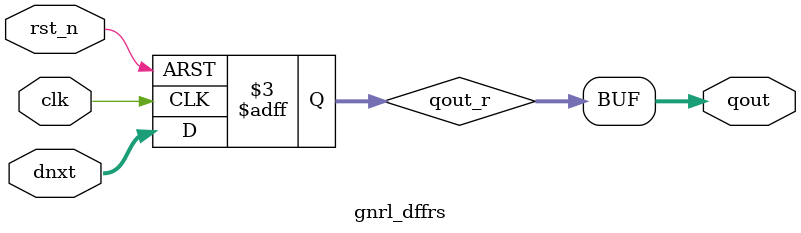
<source format=v>
 /*                                                                      
 Copyright 2018-2020 Nuclei System Technology, Inc.                
                                                                         
 Licensed under the Apache License, Version 2.0 (the "License");         
 you may not use this file except in compliance with the License.        
 You may obtain a copy of the License at                                 
                                                                         
     http://www.apache.org/licenses/LICENSE-2.0                          
                                                                         
  Unless required by applicable law or agreed to in writing, software    
 distributed under the License is distributed on an "AS IS" BASIS,       
 WITHOUT WARRANTIES OR CONDITIONS OF ANY KIND, either express or implied.
 See the License for the specific language governing permissions and     
 limitations under the License.                                          
 */                                                                      
                                                                         
                                                                         
                                                                         
//=====================================================================
//
// Designer   : Bob Hu
//
// Description:
//  All of the general DFF and Latch modules
//
// ====================================================================
 // ===========================================================================
//
// Description:
//  Verilog module sirv_gnrl DFF with Reset, no load-enable
//  Default reset value is 1
//
// ===========================================================================
module gnrl_dffrs # (
    parameter DW = 32
  ) (
  
    input      [DW-1:0] dnxt,
    output     [DW-1:0] qout,
  
    input               clk,
    input               rst_n
  );
  
  reg [DW-1:0] qout_r;
  
  always @(posedge clk or negedge rst_n)
  begin : DFFRS_PROC
    if (rst_n == 1'b0)
      qout_r <= {DW{1'b1}};
    else                  
      qout_r <= dnxt;
  end
  
  assign qout = qout_r;
  
  endmodule
</source>
